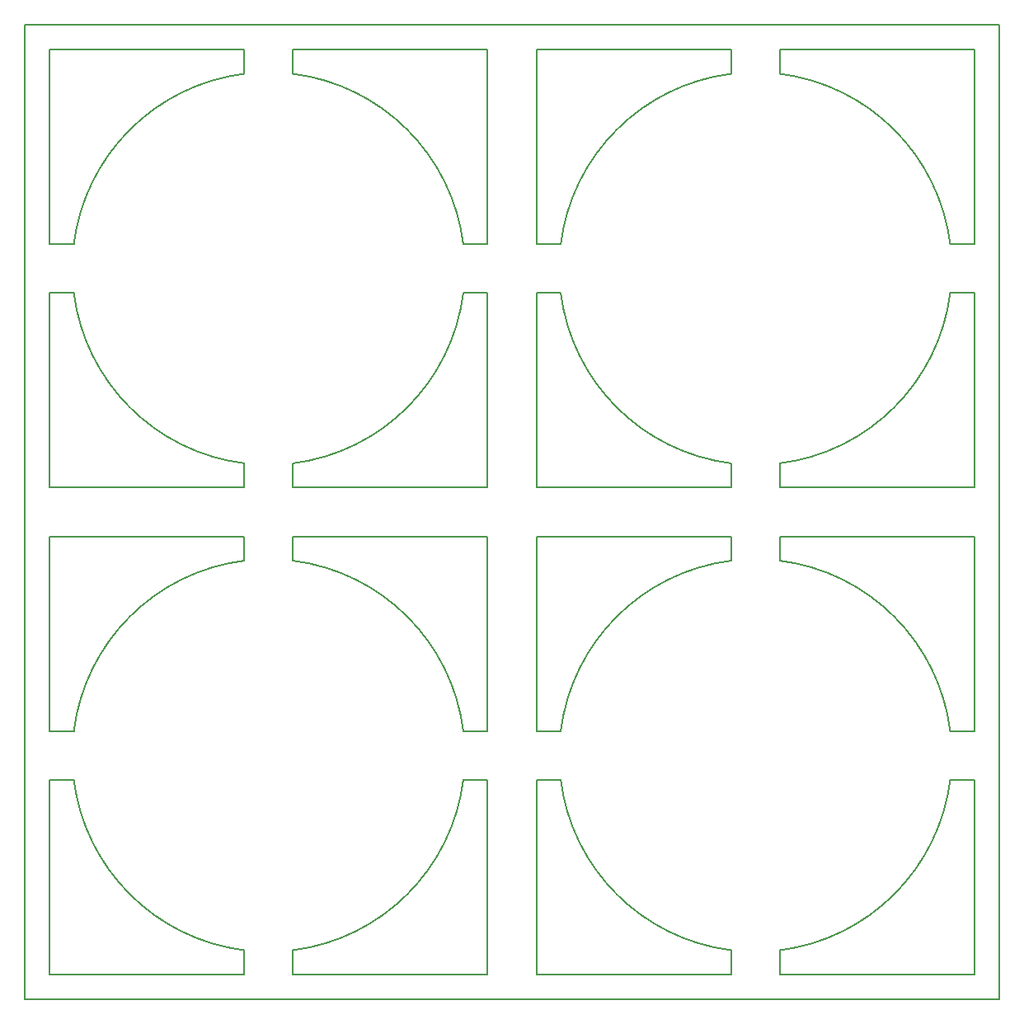
<source format=gm1>
G04 #@! TF.FileFunction,Profile,NP*
%FSLAX46Y46*%
G04 Gerber Fmt 4.6, Leading zero omitted, Abs format (unit mm)*
G04 Created by KiCad (PCBNEW 4.0.7) date Sunday 01 April 2018 'à' 11:57:02*
%MOMM*%
%LPD*%
G01*
G04 APERTURE LIST*
%ADD10C,0.100000*%
%ADD11C,0.150000*%
G04 APERTURE END LIST*
D10*
D11*
X197500000Y-155000000D02*
X197500000Y-157500000D01*
X147500000Y-155000000D02*
X147500000Y-157500000D01*
X197500000Y-105000000D02*
X197500000Y-107500000D01*
X175000000Y-137500000D02*
X172500000Y-137500000D01*
X125000000Y-137500000D02*
X122500000Y-137500000D01*
X175000000Y-87500000D02*
X172500000Y-87500000D01*
X175000000Y-137500000D02*
G75*
G03X192500000Y-155000000I20000000J2500000D01*
G01*
X125000000Y-137500000D02*
G75*
G03X142500000Y-155000000I20000000J2500000D01*
G01*
X175000000Y-87500000D02*
G75*
G03X192500000Y-105000000I20000000J2500000D01*
G01*
X192500000Y-157500000D02*
X172500000Y-157500000D01*
X142500000Y-157500000D02*
X122500000Y-157500000D01*
X192500000Y-107500000D02*
X172500000Y-107500000D01*
X192500000Y-155000000D02*
X192500000Y-157500000D01*
X142500000Y-155000000D02*
X142500000Y-157500000D01*
X192500000Y-105000000D02*
X192500000Y-107500000D01*
X172500000Y-157500000D02*
X172500000Y-137500000D01*
X122500000Y-157500000D02*
X122500000Y-137500000D01*
X172500000Y-107500000D02*
X172500000Y-87500000D01*
X197500000Y-112500000D02*
X197500000Y-115000000D01*
X147500000Y-112500000D02*
X147500000Y-115000000D01*
X197500000Y-62500000D02*
X197500000Y-65000000D01*
X217500000Y-132500000D02*
X215000000Y-132500000D01*
X167500000Y-132500000D02*
X165000000Y-132500000D01*
X217500000Y-82500000D02*
X215000000Y-82500000D01*
X217500000Y-132500000D02*
X217500000Y-112500000D01*
X167500000Y-132500000D02*
X167500000Y-112500000D01*
X217500000Y-82500000D02*
X217500000Y-62500000D01*
X215000000Y-132500000D02*
G75*
G03X197500000Y-115000000I-20000000J-2500000D01*
G01*
X165000000Y-132500000D02*
G75*
G03X147500000Y-115000000I-20000000J-2500000D01*
G01*
X215000000Y-82500000D02*
G75*
G03X197500000Y-65000000I-20000000J-2500000D01*
G01*
X197500000Y-112500000D02*
X217500000Y-112500000D01*
X147500000Y-112500000D02*
X167500000Y-112500000D01*
X197500000Y-62500000D02*
X217500000Y-62500000D01*
X217500000Y-157500000D02*
X197500000Y-157500000D01*
X167500000Y-157500000D02*
X147500000Y-157500000D01*
X217500000Y-107500000D02*
X197500000Y-107500000D01*
X197500000Y-155000000D02*
G75*
G03X215000000Y-137500000I-2500000J20000000D01*
G01*
X147500000Y-155000000D02*
G75*
G03X165000000Y-137500000I-2500000J20000000D01*
G01*
X197500000Y-105000000D02*
G75*
G03X215000000Y-87500000I-2500000J20000000D01*
G01*
X217500000Y-137500000D02*
X217500000Y-157500000D01*
X167500000Y-137500000D02*
X167500000Y-157500000D01*
X217500000Y-87500000D02*
X217500000Y-107500000D01*
X215000000Y-137500000D02*
X217500000Y-137500000D01*
X165000000Y-137500000D02*
X167500000Y-137500000D01*
X215000000Y-87500000D02*
X217500000Y-87500000D01*
X172500000Y-132500000D02*
X172500000Y-112500000D01*
X122500000Y-132500000D02*
X122500000Y-112500000D01*
X172500000Y-82500000D02*
X172500000Y-62500000D01*
X172500000Y-112500000D02*
X192500000Y-112500000D01*
X122500000Y-112500000D02*
X142500000Y-112500000D01*
X172500000Y-62500000D02*
X192500000Y-62500000D01*
X192500000Y-112500000D02*
X192500000Y-115000000D01*
X142500000Y-112500000D02*
X142500000Y-115000000D01*
X192500000Y-62500000D02*
X192500000Y-65000000D01*
X192500000Y-115000000D02*
G75*
G03X175000000Y-132500000I2500000J-20000000D01*
G01*
X142500000Y-115000000D02*
G75*
G03X125000000Y-132500000I2500000J-20000000D01*
G01*
X192500000Y-65000000D02*
G75*
G03X175000000Y-82500000I2500000J-20000000D01*
G01*
X175000000Y-132500000D02*
X172500000Y-132500000D01*
X125000000Y-132500000D02*
X122500000Y-132500000D01*
X175000000Y-82500000D02*
X172500000Y-82500000D01*
X125000000Y-87500000D02*
G75*
G03X142500000Y-105000000I20000000J2500000D01*
G01*
X165000000Y-82500000D02*
G75*
G03X147500000Y-65000000I-20000000J-2500000D01*
G01*
X147500000Y-105000000D02*
G75*
G03X165000000Y-87500000I-2500000J20000000D01*
G01*
X122500000Y-107500000D02*
X122500000Y-87500000D01*
X147500000Y-62500000D02*
X167500000Y-62500000D01*
X147500000Y-105000000D02*
X147500000Y-107500000D01*
X142500000Y-105000000D02*
X142500000Y-107500000D01*
X165000000Y-87500000D02*
X167500000Y-87500000D01*
X167500000Y-87500000D02*
X167500000Y-107500000D01*
X167500000Y-82500000D02*
X167500000Y-62500000D01*
X167500000Y-82500000D02*
X165000000Y-82500000D01*
X167500000Y-107500000D02*
X147500000Y-107500000D01*
X142500000Y-107500000D02*
X122500000Y-107500000D01*
X122500000Y-82500000D02*
X122500000Y-62500000D01*
X122500000Y-62500000D02*
X142500000Y-62500000D01*
X142500000Y-65000000D02*
G75*
G03X125000000Y-82500000I2500000J-20000000D01*
G01*
X125000000Y-87500000D02*
X122500000Y-87500000D01*
X125000000Y-82500000D02*
X122500000Y-82500000D01*
X142500000Y-62500000D02*
X142500000Y-65000000D01*
X147500000Y-62500000D02*
X147500000Y-65000000D01*
X120000000Y-160000000D02*
X120000000Y-60000000D01*
X220000000Y-160000000D02*
X120000000Y-160000000D01*
X220000000Y-60000000D02*
X220000000Y-160000000D01*
X120000000Y-60000000D02*
X220000000Y-60000000D01*
M02*

</source>
